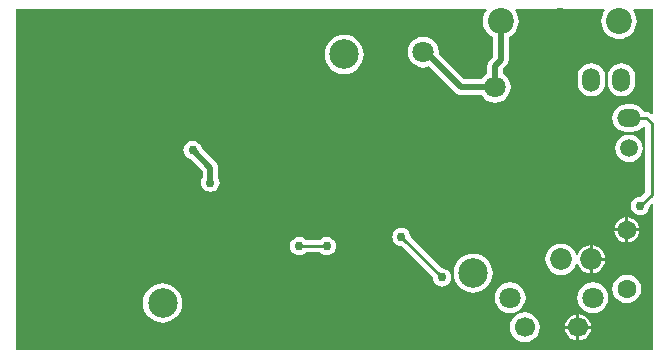
<source format=gbl>
%FSLAX44Y44*%
%MOMM*%
G71*
G01*
G75*
G04 Layer_Physical_Order=2*
G04 Layer_Color=16711680*
G04:AMPARAMS|DCode=10|XSize=1.45mm|YSize=1.15mm|CornerRadius=0.2013mm|HoleSize=0mm|Usage=FLASHONLY|Rotation=90.000|XOffset=0mm|YOffset=0mm|HoleType=Round|Shape=RoundedRectangle|*
%AMROUNDEDRECTD10*
21,1,1.4500,0.7475,0,0,90.0*
21,1,1.0475,1.1500,0,0,90.0*
1,1,0.4025,0.3738,0.5238*
1,1,0.4025,0.3738,-0.5238*
1,1,0.4025,-0.3738,-0.5238*
1,1,0.4025,-0.3738,0.5238*
%
%ADD10ROUNDEDRECTD10*%
G04:AMPARAMS|DCode=11|XSize=1mm|YSize=0.95mm|CornerRadius=0.1995mm|HoleSize=0mm|Usage=FLASHONLY|Rotation=180.000|XOffset=0mm|YOffset=0mm|HoleType=Round|Shape=RoundedRectangle|*
%AMROUNDEDRECTD11*
21,1,1.0000,0.5510,0,0,180.0*
21,1,0.6010,0.9500,0,0,180.0*
1,1,0.3990,-0.3005,0.2755*
1,1,0.3990,0.3005,0.2755*
1,1,0.3990,0.3005,-0.2755*
1,1,0.3990,-0.3005,-0.2755*
%
%ADD11ROUNDEDRECTD11*%
G04:AMPARAMS|DCode=12|XSize=2mm|YSize=1mm|CornerRadius=0.25mm|HoleSize=0mm|Usage=FLASHONLY|Rotation=180.000|XOffset=0mm|YOffset=0mm|HoleType=Round|Shape=RoundedRectangle|*
%AMROUNDEDRECTD12*
21,1,2.0000,0.5000,0,0,180.0*
21,1,1.5000,1.0000,0,0,180.0*
1,1,0.5000,-0.7500,0.2500*
1,1,0.5000,0.7500,0.2500*
1,1,0.5000,0.7500,-0.2500*
1,1,0.5000,-0.7500,-0.2500*
%
%ADD12ROUNDEDRECTD12*%
G04:AMPARAMS|DCode=13|XSize=1mm|YSize=0.9mm|CornerRadius=0.198mm|HoleSize=0mm|Usage=FLASHONLY|Rotation=0.000|XOffset=0mm|YOffset=0mm|HoleType=Round|Shape=RoundedRectangle|*
%AMROUNDEDRECTD13*
21,1,1.0000,0.5040,0,0,0.0*
21,1,0.6040,0.9000,0,0,0.0*
1,1,0.3960,0.3020,-0.2520*
1,1,0.3960,-0.3020,-0.2520*
1,1,0.3960,-0.3020,0.2520*
1,1,0.3960,0.3020,0.2520*
%
%ADD13ROUNDEDRECTD13*%
G04:AMPARAMS|DCode=14|XSize=1.75mm|YSize=1.05mm|CornerRadius=0.1995mm|HoleSize=0mm|Usage=FLASHONLY|Rotation=180.000|XOffset=0mm|YOffset=0mm|HoleType=Round|Shape=RoundedRectangle|*
%AMROUNDEDRECTD14*
21,1,1.7500,0.6510,0,0,180.0*
21,1,1.3510,1.0500,0,0,180.0*
1,1,0.3990,-0.6755,0.3255*
1,1,0.3990,0.6755,0.3255*
1,1,0.3990,0.6755,-0.3255*
1,1,0.3990,-0.6755,-0.3255*
%
%ADD14ROUNDEDRECTD14*%
G04:AMPARAMS|DCode=15|XSize=3.3mm|YSize=1.65mm|CornerRadius=0.198mm|HoleSize=0mm|Usage=FLASHONLY|Rotation=180.000|XOffset=0mm|YOffset=0mm|HoleType=Round|Shape=RoundedRectangle|*
%AMROUNDEDRECTD15*
21,1,3.3000,1.2540,0,0,180.0*
21,1,2.9040,1.6500,0,0,180.0*
1,1,0.3960,-1.4520,0.6270*
1,1,0.3960,1.4520,0.6270*
1,1,0.3960,1.4520,-0.6270*
1,1,0.3960,-1.4520,-0.6270*
%
%ADD15ROUNDEDRECTD15*%
G04:AMPARAMS|DCode=16|XSize=4.1mm|YSize=2.1mm|CornerRadius=0.1995mm|HoleSize=0mm|Usage=FLASHONLY|Rotation=180.000|XOffset=0mm|YOffset=0mm|HoleType=Round|Shape=RoundedRectangle|*
%AMROUNDEDRECTD16*
21,1,4.1000,1.7010,0,0,180.0*
21,1,3.7010,2.1000,0,0,180.0*
1,1,0.3990,-1.8505,0.8505*
1,1,0.3990,1.8505,0.8505*
1,1,0.3990,1.8505,-0.8505*
1,1,0.3990,-1.8505,-0.8505*
%
%ADD16ROUNDEDRECTD16*%
G04:AMPARAMS|DCode=17|XSize=3.2mm|YSize=2.5mm|CornerRadius=0.2mm|HoleSize=0mm|Usage=FLASHONLY|Rotation=0.000|XOffset=0mm|YOffset=0mm|HoleType=Round|Shape=RoundedRectangle|*
%AMROUNDEDRECTD17*
21,1,3.2000,2.1000,0,0,0.0*
21,1,2.8000,2.5000,0,0,0.0*
1,1,0.4000,1.4000,-1.0500*
1,1,0.4000,-1.4000,-1.0500*
1,1,0.4000,-1.4000,1.0500*
1,1,0.4000,1.4000,1.0500*
%
%ADD17ROUNDEDRECTD17*%
G04:AMPARAMS|DCode=18|XSize=1.45mm|YSize=1.15mm|CornerRadius=0.2013mm|HoleSize=0mm|Usage=FLASHONLY|Rotation=180.000|XOffset=0mm|YOffset=0mm|HoleType=Round|Shape=RoundedRectangle|*
%AMROUNDEDRECTD18*
21,1,1.4500,0.7475,0,0,180.0*
21,1,1.0475,1.1500,0,0,180.0*
1,1,0.4025,-0.5238,0.3738*
1,1,0.4025,0.5238,0.3738*
1,1,0.4025,0.5238,-0.3738*
1,1,0.4025,-0.5238,-0.3738*
%
%ADD18ROUNDEDRECTD18*%
G04:AMPARAMS|DCode=19|XSize=2.5mm|YSize=1.7mm|CornerRadius=0.204mm|HoleSize=0mm|Usage=FLASHONLY|Rotation=270.000|XOffset=0mm|YOffset=0mm|HoleType=Round|Shape=RoundedRectangle|*
%AMROUNDEDRECTD19*
21,1,2.5000,1.2920,0,0,270.0*
21,1,2.0920,1.7000,0,0,270.0*
1,1,0.4080,-0.6460,-1.0460*
1,1,0.4080,-0.6460,1.0460*
1,1,0.4080,0.6460,1.0460*
1,1,0.4080,0.6460,-1.0460*
%
%ADD19ROUNDEDRECTD19*%
G04:AMPARAMS|DCode=20|XSize=3.5mm|YSize=1.2mm|CornerRadius=0.198mm|HoleSize=0mm|Usage=FLASHONLY|Rotation=90.000|XOffset=0mm|YOffset=0mm|HoleType=Round|Shape=RoundedRectangle|*
%AMROUNDEDRECTD20*
21,1,3.5000,0.8040,0,0,90.0*
21,1,3.1040,1.2000,0,0,90.0*
1,1,0.3960,0.4020,1.5520*
1,1,0.3960,0.4020,-1.5520*
1,1,0.3960,-0.4020,-1.5520*
1,1,0.3960,-0.4020,1.5520*
%
%ADD20ROUNDEDRECTD20*%
G04:AMPARAMS|DCode=21|XSize=2.85mm|YSize=1mm|CornerRadius=0.2mm|HoleSize=0mm|Usage=FLASHONLY|Rotation=180.000|XOffset=0mm|YOffset=0mm|HoleType=Round|Shape=RoundedRectangle|*
%AMROUNDEDRECTD21*
21,1,2.8500,0.6000,0,0,180.0*
21,1,2.4500,1.0000,0,0,180.0*
1,1,0.4000,-1.2250,0.3000*
1,1,0.4000,1.2250,0.3000*
1,1,0.4000,1.2250,-0.3000*
1,1,0.4000,-1.2250,-0.3000*
%
%ADD21ROUNDEDRECTD21*%
G04:AMPARAMS|DCode=22|XSize=5.2mm|YSize=5.5mm|CornerRadius=0.182mm|HoleSize=0mm|Usage=FLASHONLY|Rotation=180.000|XOffset=0mm|YOffset=0mm|HoleType=Round|Shape=RoundedRectangle|*
%AMROUNDEDRECTD22*
21,1,5.2000,5.1360,0,0,180.0*
21,1,4.8360,5.5000,0,0,180.0*
1,1,0.3640,-2.4180,2.5680*
1,1,0.3640,2.4180,2.5680*
1,1,0.3640,2.4180,-2.5680*
1,1,0.3640,-2.4180,-2.5680*
%
%ADD22ROUNDEDRECTD22*%
G04:AMPARAMS|DCode=23|XSize=1mm|YSize=0.9mm|CornerRadius=0.198mm|HoleSize=0mm|Usage=FLASHONLY|Rotation=270.000|XOffset=0mm|YOffset=0mm|HoleType=Round|Shape=RoundedRectangle|*
%AMROUNDEDRECTD23*
21,1,1.0000,0.5040,0,0,270.0*
21,1,0.6040,0.9000,0,0,270.0*
1,1,0.3960,-0.2520,-0.3020*
1,1,0.3960,-0.2520,0.3020*
1,1,0.3960,0.2520,0.3020*
1,1,0.3960,0.2520,-0.3020*
%
%ADD23ROUNDEDRECTD23*%
G04:AMPARAMS|DCode=24|XSize=1.75mm|YSize=1.05mm|CornerRadius=0.1995mm|HoleSize=0mm|Usage=FLASHONLY|Rotation=90.000|XOffset=0mm|YOffset=0mm|HoleType=Round|Shape=RoundedRectangle|*
%AMROUNDEDRECTD24*
21,1,1.7500,0.6510,0,0,90.0*
21,1,1.3510,1.0500,0,0,90.0*
1,1,0.3990,0.3255,0.6755*
1,1,0.3990,0.3255,-0.6755*
1,1,0.3990,-0.3255,-0.6755*
1,1,0.3990,-0.3255,0.6755*
%
%ADD24ROUNDEDRECTD24*%
%ADD25O,0.6000X1.5500*%
G04:AMPARAMS|DCode=26|XSize=0.9mm|YSize=0.3mm|CornerRadius=0.1005mm|HoleSize=0mm|Usage=FLASHONLY|Rotation=180.000|XOffset=0mm|YOffset=0mm|HoleType=Round|Shape=RoundedRectangle|*
%AMROUNDEDRECTD26*
21,1,0.9000,0.0990,0,0,180.0*
21,1,0.6990,0.3000,0,0,180.0*
1,1,0.2010,-0.3495,0.0495*
1,1,0.2010,0.3495,0.0495*
1,1,0.2010,0.3495,-0.0495*
1,1,0.2010,-0.3495,-0.0495*
%
%ADD26ROUNDEDRECTD26*%
%ADD27C,0.2500*%
%ADD28C,0.5000*%
%ADD29C,1.7000*%
%ADD30C,1.8000*%
%ADD31C,1.8500*%
%ADD32O,2.0000X1.5000*%
%ADD33C,1.6000*%
%ADD34C,2.2000*%
%ADD35O,1.5000X2.0000*%
%ADD36C,2.5000*%
%ADD37C,0.7500*%
%ADD38C,1.5000*%
G36*
X544627Y205853D02*
X543453Y205367D01*
X543036Y205784D01*
X541299Y206945D01*
X539251Y207352D01*
X537230D01*
X537045Y207799D01*
X535202Y210201D01*
X532800Y212045D01*
X530002Y213203D01*
X527000Y213598D01*
X522000D01*
X518998Y213203D01*
X516200Y212045D01*
X513798Y210201D01*
X511955Y207799D01*
X510796Y205001D01*
X510401Y201999D01*
X510796Y198997D01*
X511955Y196200D01*
X513798Y193797D01*
X516200Y191954D01*
X518998Y190795D01*
X522000Y190400D01*
X527000D01*
X530002Y190795D01*
X532800Y191954D01*
X535202Y193797D01*
X535924Y194739D01*
X537522Y194882D01*
X538147Y194314D01*
Y139467D01*
X534218Y135538D01*
X534000Y135567D01*
X531977Y135301D01*
X530092Y134520D01*
X528473Y133277D01*
X527230Y131658D01*
X526450Y129773D01*
X526183Y127750D01*
X526450Y125727D01*
X527230Y123842D01*
X528473Y122223D01*
X530092Y120980D01*
X531977Y120199D01*
X534000Y119933D01*
X536023Y120199D01*
X537908Y120980D01*
X539527Y122223D01*
X540770Y123842D01*
X541550Y125727D01*
X541817Y127750D01*
X541788Y127968D01*
X543453Y129633D01*
X544627Y129147D01*
Y5373D01*
X5373D01*
Y294627D01*
X403626D01*
X404169Y293479D01*
X403468Y292624D01*
X402075Y290018D01*
X401217Y287190D01*
X400927Y284250D01*
X401217Y281310D01*
X402075Y278482D01*
X403468Y275876D01*
X405342Y273592D01*
X407626Y271718D01*
X409444Y270746D01*
Y254216D01*
X406364Y251136D01*
X405322Y249778D01*
X405080Y249194D01*
X404667Y248197D01*
X404444Y246500D01*
Y239606D01*
X401728Y237522D01*
X399645Y234806D01*
X384716D01*
X363148Y256374D01*
X363362Y258000D01*
X362915Y261394D01*
X361605Y264556D01*
X359522Y267272D01*
X356806Y269355D01*
X353644Y270665D01*
X350250Y271112D01*
X346856Y270665D01*
X343694Y269355D01*
X340978Y267272D01*
X338895Y264556D01*
X337585Y261394D01*
X337138Y258000D01*
X337585Y254606D01*
X338895Y251444D01*
X340978Y248728D01*
X343694Y246644D01*
X346856Y245335D01*
X350250Y244888D01*
X353644Y245335D01*
X355058Y245920D01*
X377364Y223614D01*
X378722Y222572D01*
X380303Y221917D01*
X382000Y221694D01*
X399645D01*
X401728Y218978D01*
X404444Y216895D01*
X407606Y215585D01*
X411000Y215138D01*
X414394Y215585D01*
X417556Y216895D01*
X420272Y218978D01*
X422355Y221694D01*
X423665Y224856D01*
X424112Y228250D01*
X423665Y231644D01*
X422355Y234806D01*
X420272Y237522D01*
X417556Y239606D01*
Y243784D01*
X420636Y246864D01*
X421157Y247543D01*
X421678Y248222D01*
X422333Y249803D01*
X422556Y251500D01*
Y270746D01*
X424374Y271718D01*
X426658Y273592D01*
X428532Y275876D01*
X429925Y278482D01*
X430783Y281310D01*
X431073Y284250D01*
X430783Y287190D01*
X429925Y290018D01*
X428532Y292624D01*
X427831Y293479D01*
X428374Y294627D01*
X503626D01*
X504169Y293479D01*
X503468Y292624D01*
X502075Y290018D01*
X501217Y287190D01*
X500927Y284250D01*
X501217Y281310D01*
X502075Y278482D01*
X503468Y275876D01*
X505342Y273592D01*
X507626Y271718D01*
X510232Y270325D01*
X513060Y269467D01*
X516000Y269177D01*
X518941Y269467D01*
X521768Y270325D01*
X524374Y271718D01*
X526658Y273592D01*
X528532Y275876D01*
X529925Y278482D01*
X530783Y281310D01*
X531073Y284250D01*
X530783Y287190D01*
X529925Y290018D01*
X528532Y292624D01*
X527831Y293479D01*
X528374Y294627D01*
X544627D01*
Y205853D01*
D02*
G37*
%LPC*%
G36*
X522500Y69604D02*
X519367Y69191D01*
X516448Y67982D01*
X513941Y66059D01*
X512018Y63552D01*
X510809Y60633D01*
X510396Y57500D01*
X510809Y54367D01*
X512018Y51448D01*
X513941Y48941D01*
X516448Y47018D01*
X519367Y45809D01*
X522500Y45396D01*
X525633Y45809D01*
X528552Y47018D01*
X531059Y48941D01*
X532982Y51448D01*
X534191Y54367D01*
X534604Y57500D01*
X534191Y60633D01*
X532982Y63552D01*
X531059Y66059D01*
X528552Y67982D01*
X525633Y69191D01*
X522500Y69604D01*
D02*
G37*
G36*
X493750Y63112D02*
X490356Y62665D01*
X487194Y61356D01*
X484478Y59272D01*
X482395Y56556D01*
X481085Y53394D01*
X480638Y50000D01*
X481085Y46606D01*
X482395Y43444D01*
X484478Y40728D01*
X487194Y38645D01*
X490356Y37335D01*
X493750Y36888D01*
X497144Y37335D01*
X500306Y38645D01*
X503022Y40728D01*
X505106Y43444D01*
X506415Y46606D01*
X506862Y50000D01*
X506415Y53394D01*
X505106Y56556D01*
X503022Y59272D01*
X500306Y61356D01*
X497144Y62665D01*
X493750Y63112D01*
D02*
G37*
G36*
X423750D02*
X420356Y62665D01*
X417194Y61356D01*
X414478Y59272D01*
X412395Y56556D01*
X411085Y53394D01*
X410638Y50000D01*
X411085Y46606D01*
X412395Y43444D01*
X414478Y40728D01*
X417194Y38645D01*
X420356Y37335D01*
X423750Y36888D01*
X427144Y37335D01*
X430306Y38645D01*
X433022Y40728D01*
X435106Y43444D01*
X436415Y46606D01*
X436862Y50000D01*
X436415Y53394D01*
X435106Y56556D01*
X433022Y59272D01*
X430306Y61356D01*
X427144Y62665D01*
X423750Y63112D01*
D02*
G37*
G36*
X467050Y95864D02*
X463591Y95409D01*
X460368Y94074D01*
X457600Y91950D01*
X455476Y89182D01*
X454141Y85959D01*
X453686Y82500D01*
X454141Y79041D01*
X455476Y75818D01*
X457600Y73050D01*
X460368Y70926D01*
X463591Y69591D01*
X467050Y69136D01*
X470509Y69591D01*
X473732Y70926D01*
X476500Y73050D01*
X478624Y75818D01*
X479853Y78785D01*
X480665Y78931D01*
X481202Y78847D01*
X482151Y76554D01*
X484041Y74091D01*
X486504Y72201D01*
X489372Y71013D01*
X491180Y70775D01*
Y82500D01*
Y94225D01*
X489372Y93987D01*
X486504Y92799D01*
X484041Y90909D01*
X482151Y88446D01*
X481202Y86153D01*
X480665Y86069D01*
X479853Y86215D01*
X478624Y89182D01*
X476500Y91950D01*
X473732Y94074D01*
X470509Y95409D01*
X467050Y95864D01*
D02*
G37*
G36*
X331750Y109317D02*
X329727Y109051D01*
X327842Y108270D01*
X326223Y107027D01*
X324980Y105408D01*
X324199Y103523D01*
X323933Y101500D01*
X324199Y99477D01*
X324980Y97592D01*
X326223Y95973D01*
X327842Y94730D01*
X329727Y93949D01*
X331750Y93683D01*
X331968Y93712D01*
X358337Y67343D01*
X358308Y67125D01*
X358574Y65102D01*
X359355Y63217D01*
X360598Y61598D01*
X362216Y60355D01*
X364102Y59574D01*
X366125Y59308D01*
X368148Y59574D01*
X370033Y60355D01*
X371652Y61598D01*
X372895Y63217D01*
X373675Y65102D01*
X373942Y67125D01*
X373675Y69148D01*
X372895Y71033D01*
X371652Y72652D01*
X370033Y73895D01*
X368148Y74675D01*
X366125Y74942D01*
X365907Y74913D01*
X339538Y101282D01*
X339567Y101500D01*
X339300Y103523D01*
X338520Y105408D01*
X337277Y107027D01*
X335658Y108270D01*
X333773Y109051D01*
X331750Y109317D01*
D02*
G37*
G36*
X392500Y87330D02*
X389265Y87011D01*
X386155Y86068D01*
X383289Y84536D01*
X380776Y82474D01*
X378714Y79961D01*
X377182Y77095D01*
X376239Y73985D01*
X375920Y70750D01*
X376239Y67515D01*
X377182Y64405D01*
X378714Y61539D01*
X380776Y59026D01*
X383289Y56964D01*
X386155Y55432D01*
X389265Y54489D01*
X392500Y54170D01*
X395735Y54489D01*
X398845Y55432D01*
X401711Y56964D01*
X404224Y59026D01*
X406286Y61539D01*
X407818Y64405D01*
X408761Y67515D01*
X409080Y70750D01*
X408761Y73985D01*
X407818Y77095D01*
X406286Y79961D01*
X404224Y82474D01*
X401711Y84536D01*
X398845Y86068D01*
X395735Y87011D01*
X392500Y87330D01*
D02*
G37*
G36*
X492218Y23730D02*
X482520D01*
Y14032D01*
X484132Y14244D01*
X486818Y15357D01*
X489124Y17126D01*
X490893Y19432D01*
X492006Y22118D01*
X492218Y23730D01*
D02*
G37*
G36*
X479980D02*
X470282D01*
X470494Y22118D01*
X471607Y19432D01*
X473376Y17126D01*
X475682Y15357D01*
X478368Y14244D01*
X479980Y14032D01*
Y23730D01*
D02*
G37*
G36*
X436250Y37608D02*
X432987Y37178D01*
X429946Y35919D01*
X427335Y33915D01*
X425331Y31304D01*
X424072Y28263D01*
X423642Y25000D01*
X424072Y21737D01*
X425331Y18696D01*
X427335Y16085D01*
X429946Y14081D01*
X432987Y12822D01*
X436250Y12392D01*
X439513Y12822D01*
X442554Y14081D01*
X445165Y16085D01*
X447169Y18696D01*
X448428Y21737D01*
X448858Y25000D01*
X448428Y28263D01*
X447169Y31304D01*
X445165Y33915D01*
X442554Y35919D01*
X439513Y37178D01*
X436250Y37608D01*
D02*
G37*
G36*
X129500Y62080D02*
X126265Y61761D01*
X123155Y60818D01*
X120289Y59286D01*
X117776Y57224D01*
X115714Y54711D01*
X114182Y51845D01*
X113239Y48735D01*
X112920Y45500D01*
X113239Y42265D01*
X114182Y39155D01*
X115714Y36289D01*
X117776Y33776D01*
X120289Y31714D01*
X123155Y30182D01*
X126265Y29239D01*
X129500Y28920D01*
X132735Y29239D01*
X135845Y30182D01*
X138711Y31714D01*
X141224Y33776D01*
X143286Y36289D01*
X144818Y39155D01*
X145761Y42265D01*
X146080Y45500D01*
X145761Y48735D01*
X144818Y51845D01*
X143286Y54711D01*
X141224Y57224D01*
X138711Y59286D01*
X135845Y60818D01*
X132735Y61761D01*
X129500Y62080D01*
D02*
G37*
G36*
X482520Y35968D02*
Y26270D01*
X492218D01*
X492006Y27882D01*
X490893Y30568D01*
X489124Y32874D01*
X486818Y34643D01*
X484132Y35756D01*
X482520Y35968D01*
D02*
G37*
G36*
X479980D02*
X478368Y35756D01*
X475682Y34643D01*
X473376Y32874D01*
X471607Y30568D01*
X470494Y27882D01*
X470282Y26270D01*
X479980D01*
Y35968D01*
D02*
G37*
G36*
X524500Y188099D02*
X521498Y187703D01*
X518700Y186544D01*
X516298Y184701D01*
X514455Y182299D01*
X513296Y179501D01*
X512901Y176499D01*
X513296Y173497D01*
X514455Y170700D01*
X516298Y168297D01*
X518700Y166454D01*
X521498Y165295D01*
X524500Y164900D01*
X527502Y165295D01*
X530300Y166454D01*
X532702Y168297D01*
X534545Y170700D01*
X535704Y173497D01*
X536099Y176499D01*
X535704Y179501D01*
X534545Y182299D01*
X532702Y184701D01*
X530300Y186544D01*
X527502Y187703D01*
X524500Y188099D01*
D02*
G37*
G36*
X155000Y182817D02*
X152977Y182551D01*
X151091Y181770D01*
X149473Y180527D01*
X148230Y178909D01*
X147450Y177023D01*
X147183Y175000D01*
X147450Y172977D01*
X148230Y171092D01*
X149473Y169473D01*
X151091Y168230D01*
X152977Y167449D01*
X153325Y167404D01*
X163444Y157284D01*
Y151687D01*
X163230Y151408D01*
X162449Y149523D01*
X162183Y147500D01*
X162449Y145477D01*
X163230Y143592D01*
X164473Y141973D01*
X166092Y140730D01*
X167977Y139950D01*
X170000Y139683D01*
X172023Y139950D01*
X173908Y140730D01*
X175527Y141973D01*
X176770Y143592D01*
X177551Y145477D01*
X177817Y147500D01*
X177551Y149523D01*
X176770Y151408D01*
X176556Y151687D01*
Y160000D01*
X176333Y161697D01*
X176061Y162352D01*
X175678Y163278D01*
X174636Y164636D01*
X162596Y176675D01*
X162551Y177023D01*
X161770Y178909D01*
X160527Y180527D01*
X158908Y181770D01*
X157023Y182551D01*
X155000Y182817D01*
D02*
G37*
G36*
X523770Y117964D02*
Y108770D01*
X532964D01*
X532769Y110252D01*
X531707Y112815D01*
X530017Y115017D01*
X527816Y116707D01*
X525252Y117769D01*
X523770Y117964D01*
D02*
G37*
G36*
X283250Y272580D02*
X280015Y272261D01*
X276905Y271318D01*
X274039Y269786D01*
X271526Y267724D01*
X269464Y265211D01*
X267932Y262345D01*
X266989Y259235D01*
X266670Y256000D01*
X266989Y252765D01*
X267932Y249655D01*
X269464Y246789D01*
X271526Y244276D01*
X274039Y242214D01*
X276905Y240682D01*
X280015Y239739D01*
X283250Y239420D01*
X286485Y239739D01*
X289595Y240682D01*
X292461Y242214D01*
X294974Y244276D01*
X297036Y246789D01*
X298568Y249655D01*
X299511Y252765D01*
X299830Y256000D01*
X299511Y259235D01*
X298568Y262345D01*
X297036Y265211D01*
X294974Y267724D01*
X292461Y269786D01*
X289595Y271318D01*
X286485Y272261D01*
X283250Y272580D01*
D02*
G37*
G36*
X518000Y248599D02*
X514998Y248204D01*
X512200Y247045D01*
X509798Y245201D01*
X507955Y242799D01*
X506796Y240002D01*
X506401Y236999D01*
Y231999D01*
X506796Y228997D01*
X507955Y226200D01*
X509798Y223798D01*
X512200Y221954D01*
X514998Y220795D01*
X518000Y220400D01*
X521002Y220795D01*
X523800Y221954D01*
X526202Y223798D01*
X528045Y226200D01*
X529204Y228997D01*
X529599Y231999D01*
Y236999D01*
X529204Y240002D01*
X528045Y242799D01*
X526202Y245201D01*
X523800Y247045D01*
X521002Y248204D01*
X518000Y248599D01*
D02*
G37*
G36*
X492500D02*
X489498Y248204D01*
X486700Y247045D01*
X484298Y245201D01*
X482455Y242799D01*
X481296Y240002D01*
X480901Y236999D01*
Y231999D01*
X481296Y228997D01*
X482455Y226200D01*
X484298Y223798D01*
X486700Y221954D01*
X489498Y220795D01*
X492500Y220400D01*
X495502Y220795D01*
X498300Y221954D01*
X500702Y223798D01*
X502545Y226200D01*
X503704Y228997D01*
X504099Y231999D01*
Y236999D01*
X503704Y240002D01*
X502545Y242799D01*
X500702Y245201D01*
X498300Y247045D01*
X495502Y248204D01*
X492500Y248599D01*
D02*
G37*
G36*
X521230Y106230D02*
X512036D01*
X512231Y104748D01*
X513293Y102184D01*
X514983Y99983D01*
X517184Y98293D01*
X519748Y97231D01*
X521230Y97036D01*
Y106230D01*
D02*
G37*
G36*
X493720Y94225D02*
Y83770D01*
X504174D01*
X503937Y85578D01*
X502748Y88446D01*
X500859Y90909D01*
X498396Y92799D01*
X495528Y93987D01*
X493720Y94225D01*
D02*
G37*
G36*
X504174Y81230D02*
X493720D01*
Y70775D01*
X495528Y71013D01*
X498396Y72201D01*
X500859Y74091D01*
X502748Y76554D01*
X503937Y79422D01*
X504174Y81230D01*
D02*
G37*
G36*
X521230Y117964D02*
X519748Y117769D01*
X517184Y116707D01*
X514983Y115017D01*
X513293Y112815D01*
X512231Y110252D01*
X512036Y108770D01*
X521230D01*
Y117964D01*
D02*
G37*
G36*
X268500Y101567D02*
X266477Y101300D01*
X264592Y100520D01*
X262973Y99277D01*
X262839Y99103D01*
X250911D01*
X250777Y99277D01*
X249158Y100520D01*
X247273Y101300D01*
X245250Y101567D01*
X243227Y101300D01*
X241342Y100520D01*
X239723Y99277D01*
X238480Y97658D01*
X237700Y95773D01*
X237433Y93750D01*
X237700Y91727D01*
X238480Y89842D01*
X239723Y88223D01*
X241342Y86980D01*
X243227Y86200D01*
X245250Y85933D01*
X247273Y86200D01*
X249158Y86980D01*
X250777Y88223D01*
X250911Y88397D01*
X262839D01*
X262973Y88223D01*
X264592Y86980D01*
X266477Y86200D01*
X268500Y85933D01*
X270523Y86200D01*
X272408Y86980D01*
X274027Y88223D01*
X275270Y89842D01*
X276050Y91727D01*
X276317Y93750D01*
X276050Y95773D01*
X275270Y97658D01*
X274027Y99277D01*
X272408Y100520D01*
X270523Y101300D01*
X268500Y101567D01*
D02*
G37*
G36*
X532964Y106230D02*
X523770D01*
Y97036D01*
X525252Y97231D01*
X527816Y98293D01*
X530017Y99983D01*
X531707Y102184D01*
X532769Y104748D01*
X532964Y106230D01*
D02*
G37*
%LPD*%
D27*
X539251Y201999D02*
X543500Y197750D01*
X524500Y201999D02*
X539251D01*
X245250Y93750D02*
X268500D01*
X331750Y101500D02*
X366125Y67125D01*
X534000Y127750D02*
X543500Y137250D01*
Y197750D01*
D28*
X411000Y246500D02*
X416000Y251500D01*
Y284250D01*
X155000Y175000D02*
X170000Y160000D01*
Y147500D02*
Y160000D01*
X382000Y228250D02*
X411000D01*
Y246500D01*
X350875Y259375D02*
X382000Y228250D01*
D29*
X436250Y25000D02*
D03*
X481250D02*
D03*
D30*
X423750Y50000D02*
D03*
X493750D02*
D03*
X200250Y258000D02*
D03*
X350250D02*
D03*
X411000Y228250D02*
D03*
D31*
X492450Y82500D02*
D03*
X467050D02*
D03*
D32*
X524500Y150999D02*
D03*
Y201999D02*
D03*
D33*
X389000Y153250D02*
D03*
X522500Y57500D02*
D03*
Y107500D02*
D03*
D34*
X416000Y284250D02*
D03*
X466000D02*
D03*
X516000D02*
D03*
D35*
X467000Y234499D02*
D03*
X492500D02*
D03*
X518000D02*
D03*
D36*
X129500Y45500D02*
D03*
X392500Y70750D02*
D03*
X283250Y256000D02*
D03*
D37*
X308750Y101500D02*
D03*
X155000Y175000D02*
D03*
X170000Y147500D02*
D03*
X404500Y112500D02*
D03*
X428750Y121250D02*
D03*
X536500Y48000D02*
D03*
X416750Y25000D02*
D03*
X268500Y93750D02*
D03*
X245250D02*
D03*
X89250Y12750D02*
D03*
X23000Y49500D02*
D03*
X115253Y81997D02*
D03*
X27000Y268750D02*
D03*
X366125Y67125D02*
D03*
X331750Y101500D02*
D03*
X23000Y19499D02*
D03*
X27000Y227749D02*
D03*
X483500Y123750D02*
D03*
X534000Y127750D02*
D03*
D38*
X524500Y176499D02*
D03*
M02*

</source>
